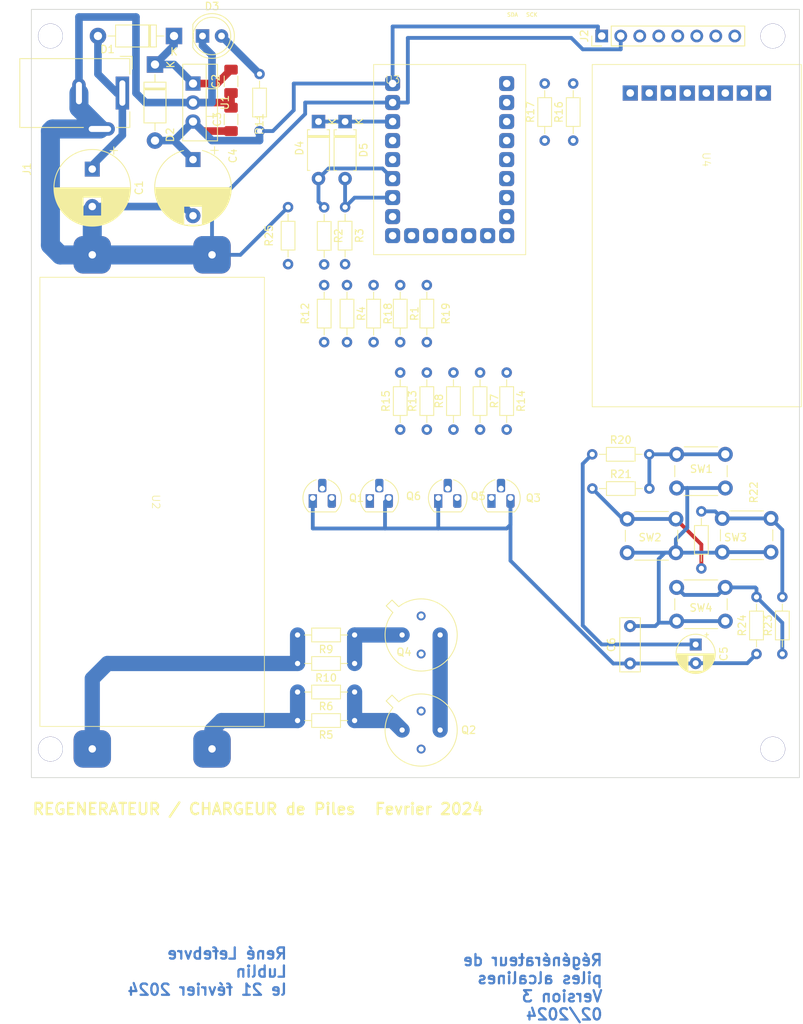
<source format=kicad_pcb>
(kicad_pcb (version 20221018) (generator pcbnew)
  (title_block (rev "3") (comment 1 "ajout empreinte inversée pour le LCD et condo découplage"))
  (layers (0 "F.Cu" signal) (31 "B.Cu" signal) (34 "B.Paste" user) (35 "F.Paste" user) (36 "B.SilkS" user "B.Silkscreen") (37 "F.SilkS" user "F.Silkscreen") (38 "B.Mask" user) (39 "F.Mask" user) (44 "Edge.Cuts" user))
  (net 0 "")
  (net 1 "Net-(D1-K)")
  (net 2 "5V")
  (net 3 "12V")
  (net 4 "GND")
  (net 5 "Net-(U3-GP28)")
  (net 6 "Net-(Q2-E)")
  (net 7 "Net-(Q2-B)")
  (net 8 "Net-(Q3-C)")
  (net 9 "Net-(Q4-E)")
  (net 10 "Net-(Q1-G)")
  (net 11 "Net-(Q1-D)")
  (net 12 "Net-(Q5-G)")
  (net 13 "Net-(Q5-D)")
  (net 14 "Net-(Q6-C)")
  (net 15 "Net-(Q4-B)")
  (net 16 "Net-(U3-GP4)")
  (net 17 "Net-(R10-Pad2)")
  (net 18 "Net-(D3-A)")
  (net 19 "Net-(D4-A)")
  (net 20 "Net-(R3-Pad2)")
  (net 21 "Net-(U3-GP7)")
  (net 22 "Net-(U3-GP6)")
  (net 23 "Net-(U3-GP5)")
  (net 24 "Net-(R20-Pad2)")
  (net 25 "Net-(R21-Pad1)")
  (net 26 "Net-(R22-Pad1)")
  (net 27 "Net-(R23-Pad1)")
  (net 29 "Net-(Q3-B)")
  (net 31 "Net-(Q6-B)")
  (net 34 "Net-(D5-A)")
  (net 35 "+3.3V")
  (net 36 "SDA")
  (net 37 "SCL")
  (net 38 "RX0")
  (net 39 "TX0")
  (net 41 "Net-(U3-GP12)")
  (net 43 "Net-(U3-GP10)")
  (net 44 "Net-(U3-GP9)")
  (net 45 "Net-(U3-GP8)")
  (footprint "My_Library:RP2040_zero_mini" (layer "F.Cu") (at 127 58.42)
    (fp_text reference "U3" (at 0 -0.5 unlocked) (layer "F.SilkS") (effects (font (thickness 0.1))))
    (fp_text value "RP2040" hide)
    (pad "1" thru_hole roundrect (at 0 0) (size 2 2) (drill 1) (layers "*.Cu" "*.Mask") (net 2 "5V"))
    (pad "2" thru_hole roundrect (at 0 2.54) (size 2 2) (drill 1) (layers "*.Cu" "*.Mask") (net 4 "GND"))
    (pad "3" thru_hole roundrect (at 0 5.08) (size 2 2) (drill 1) (layers "*.Cu" "*.Mask") (net 35 "+3.3V"))
    (pad "4" thru_hole roundrect (at 0 7.62) (size 2 2) (drill 1) (layers "*.Cu" "*.Mask"))
    (pad "5" thru_hole roundrect (at 0 10.16) (size 2 2) (drill 1) (layers "*.Cu" "*.Mask") (net 5 "Net-(U3-GP28)"))
    (pad "6" thru_hole roundrect (at 0 12.7) (size 2 2) (drill 1) (layers "*.Cu" "*.Mask") (net 19 "Net-(D4-A)"))
    (pad "7" thru_hole roundrect (at 0 15.24) (size 2 2) (drill 1) (layers "*.Cu" "*.Mask") (net 34 "Net-(D5-A)"))
    (pad "8" thru_hole roundrect (at 0 17.78) (size 2 2) (drill 1) (layers "*.Cu" "*.Mask"))
    (pad "9" thru_hole roundrect (at 0 20.32) (size 2 2) (drill 1) (layers "*.Cu" "*.Mask"))
    (pad "10" thru_hole roundrect (at 2.54 20.32 90) (size 2 2) (drill 1) (layers "*.Cu" "*.Mask"))
    (pad "11" thru_hole roundrect (at 5.08 20.32 90) (size 2 2) (drill 1) (layers "*.Cu" "*.Mask") (net 41 "Net-(U3-GP12)"))
    (pad "12" thru_hole roundrect (at 7.62 20.32 90) (size 2 2) (drill 1) (layers "*.Cu" "*.Mask"))
    (pad "13" thru_hole roundrect (at 10.16 20.32 90) (size 2 2) (drill 1) (layers "*.Cu" "*.Mask") (net 43 "Net-(U3-GP10)"))
    (pad "14" thru_hole roundrect (at 12.7 20.32 90) (size 2 2) (drill 1) (layers "*.Cu" "*.Mask") (net 44 "Net-(U3-GP9)"))
    (pad "15" thru_hole roundrect (at 15.24 20.32) (size 2 2) (drill 1) (layers "*.Cu" "*.Mask") (net 45 "Net-(U3-GP8)"))
    (pad "16" thru_hole roundrect (at 15.24 17.78) (size 2 2) (drill 1) (layers "*.Cu" "*.Mask") (net 21 "Net-(U3-GP7)"))
    (pad "17" thru_hole roundrect (at 15.24 15.24) (size 2 2) (drill 1) (layers "*.Cu" "*.Mask") (net 22 "Net-(U3-GP6)"))
    (pad "18" thru_hole roundrect (at 15.24 12.7) (size 2 2) (drill 1) (layers "*.Cu" "*.Mask") (net 23 "Net-(U3-GP5)"))
    (pad "19" thru_hole roundrect (at 15.24 10.16) (size 2 2) (drill 1) (layers "*.Cu" "*.Mask") (net 16 "Net-(U3-GP4)"))
    (pad "20" thru_hole roundrect (at 15.24 7.62) (size 2 2) (drill 1) (layers "*.Cu" "*.Mask") (net 37 "SCL"))
    (pad "21" thru_hole roundrect (at 15.24 5.08) (size 2 2) (drill 1) (layers "*.Cu" "*.Mask") (net 36 "SDA"))
    (pad "22" thru_hole roundrect (at 15.24 2.54) (size 2 2) (drill 1) (layers "*.Cu" "*.Mask") (net 38 "RX0"))
    (pad "23" thru_hole roundrect (at 15.24 0) (size 2 2) (drill 1) (layers "*.Cu" "*.Mask") (net 39 "TX0"))
  )
  (footprint "Diode_THT:D_A-405_P7.62mm_Horizontal" (layer "F.Cu") (at 120.65 63.5 -90)
    (fp_text reference "D5" (at 3.81 -2.47 90) (layer "F.SilkS"))
    (fp_text value "1N4148")
    (fp_text user "K" (at 0 -1.9 90) (layer "F.SilkS"))
    (pad "1" thru_hole rect (at 0 0 270) (size 1.8 1.8) (drill 0.9) (layers "*.Cu" "*.Mask") (net 35 "+3.3V"))
    (pad "2" thru_hole oval (at 7.62 0 270) (size 1.8 1.8) (drill 0.9) (layers "*.Cu" "*.Mask") (net 34 "Net-(D5-A)"))
  )
  (footprint "Resistor_THT:R_Axial_DIN0204_L3.6mm_D1.6mm_P7.62mm_Horizontal" (layer "F.Cu") (at 128.016 85.344 -90)
    (fp_text reference "R1" (at 3.81 -1.92 90) (layer "F.SilkS"))
    (fp_text value "1000")
    (pad "1" thru_hole circle (at 0 0 270) (size 1.4 1.4) (drill 0.7) (layers "*.Cu" "*.Mask") (net 16 "Net-(U3-GP4)"))
    (pad "2" thru_hole oval (at 7.62 0 270) (size 1.4 1.4) (drill 0.7) (layers "*.Cu" "*.Mask") (net 10 "Net-(Q1-G)"))
  )
  (footprint "Resistor_THT:R_Axial_DIN0204_L3.6mm_D1.6mm_P7.62mm_Horizontal" (layer "F.Cu") (at 120.904 85.344 -90)
    (fp_text reference "R4" (at 3.81 -1.92 -90) (layer "F.SilkS"))
    (fp_text value "15")
    (pad "1" thru_hole circle (at 0 0 270) (size 1.4 1.4) (drill 0.7) (layers "*.Cu" "*.Mask") (net 11 "Net-(Q1-D)"))
    (pad "2" thru_hole oval (at 7.62 0 270) (size 1.4 1.4) (drill 0.7) (layers "*.Cu" "*.Mask") (net 20 "Net-(R3-Pad2)"))
  )
  (footprint "Button_Switch_THT:SW_PUSH_6mm_H13mm" (layer "F.Cu") (at 164.95 125.73)
    (fp_text reference "SW4" (at 3.25 2.722) (layer "F.SilkS"))
    (fp_text value "SW_Push")
    (pad "1" thru_hole circle (at 0 0 90) (size 2 2) (drill 1.1) (layers "*.Cu" "*.Mask") (net 27 "Net-(R23-Pad1)"))
    (pad "1" thru_hole circle (at 6.5 0 90) (size 2 2) (drill 1.1) (layers "*.Cu" "*.Mask") (net 27 "Net-(R23-Pad1)"))
    (pad "2" thru_hole circle (at 0 4.5 90) (size 2 2) (drill 1.1) (layers "*.Cu" "*.Mask") (net 5 "Net-(U3-GP28)"))
    (pad "2" thru_hole circle (at 6.5 4.5 90) (size 2 2) (drill 1.1) (layers "*.Cu" "*.Mask") (net 5 "Net-(U3-GP28)"))
  )
  (footprint "Resistor_THT:R_Axial_DIN0204_L3.6mm_D1.6mm_P7.62mm_Horizontal" (layer "F.Cu") (at 142.24 97.028 -90)
    (fp_text reference "R14" (at 3.81 -1.92 90) (layer "F.SilkS"))
    (fp_text value "10")
    (pad "1" thru_hole circle (at 0 0 270) (size 1.4 1.4) (drill 0.7) (layers "*.Cu" "*.Mask") (net 15 "Net-(Q4-B)"))
    (pad "2" thru_hole oval (at 7.62 0 270) (size 1.4 1.4) (drill 0.7) (layers "*.Cu" "*.Mask") (net 14 "Net-(Q6-C)"))
  )
  (footprint "Resistor_THT:R_Axial_DIN0204_L3.6mm_D1.6mm_P7.62mm_Horizontal" (layer "F.Cu") (at 128.016 104.648 90)
    (fp_text reference "R15" (at 3.81 -1.92 90) (layer "F.SilkS"))
    (fp_text value "1000")
    (pad "1" thru_hole circle (at 0 0 90) (size 1.4 1.4) (drill 0.7) (layers "*.Cu" "*.Mask") (net 31 "Net-(Q6-B)"))
    (pad "2" thru_hole oval (at 7.62 0 90) (size 1.4 1.4) (drill 0.7) (layers "*.Cu" "*.Mask") (net 21 "Net-(U3-GP7)"))
  )
  (footprint "Button_Switch_THT:SW_PUSH_6mm_H13mm" (layer "F.Cu") (at 171.046 116.514)
    (fp_text reference "SW3" (at 1.778 2.54) (layer "F.SilkS"))
    (fp_text value "SW_Push")
    (pad "1" thru_hole circle (at 0 0 90) (size 2 2) (drill 1.1) (layers "*.Cu" "*.Mask") (net 26 "Net-(R22-Pad1)"))
    (pad "1" thru_hole circle (at 6.5 0 90) (size 2 2) (drill 1.1) (layers "*.Cu" "*.Mask") (net 26 "Net-(R22-Pad1)"))
    (pad "2" thru_hole circle (at 0 4.5 90) (size 2 2) (drill 1.1) (layers "*.Cu" "*.Mask") (net 5 "Net-(U3-GP28)"))
    (pad "2" thru_hole circle (at 6.5 4.5 90) (size 2 2) (drill 1.1) (layers "*.Cu" "*.Mask") (net 5 "Net-(U3-GP28)"))
  )
  (footprint "Package_TO_SOT_THT:TO-5-4" (layer "F.Cu") (at 128.27 144.78)
    (fp_text reference "Q2" (at 8.89 0) (layer "F.SilkS"))
    (fp_text value "2N2219")
    (pad "1" thru_hole oval (at 0 0) (size 1.6 1.2) (drill 0.7) (layers "*.Cu" "*.Mask") (net 6 "Net-(Q2-E)"))
    (pad "2" thru_hole oval (at 2.54 2.54) (size 1.2 1.2) (drill 0.7) (layers "*.Cu" "*.Mask") (net 7 "Net-(Q2-B)"))
    (pad "3" thru_hole oval (at 5.08 0) (size 1.2 1.2) (drill 0.7) (layers "*.Cu" "*.Mask") (net 2 "5V"))
    (pad "4" thru_hole oval (at 2.54 -2.54) (size 1.2 1.2) (drill 0.7) (layers "*.Cu" "*.Mask") (net 7 "Net-(Q2-B)"))
  )
  (footprint "LED_THT:LED_D5.0mm" (layer "F.Cu") (at 101.6 52.07)
    (fp_text reference "D3" (at 1.27 -3.96) (layer "F.SilkS"))
    (fp_text value "LED")
    (pad "1" thru_hole rect (at 0 0) (size 1.8 1.8) (drill 0.9) (layers "*.Cu" "*.Mask") (net 4 "GND"))
    (pad "2" thru_hole circle (at 2.54 0) (size 1.8 1.8) (drill 0.9) (layers "*.Cu" "*.Mask") (net 18 "Net-(D3-A)"))
  )
  (footprint "Resistor_THT:R_Axial_DIN0204_L3.6mm_D1.6mm_P7.62mm_Horizontal" (layer "F.Cu") (at 113.03 74.93 -90)
    (fp_text reference "R25" (at 3.81 2.54 -90) (layer "F.SilkS"))
    (fp_text value "220K")
    (pad "1" thru_hole circle (at 0 0 270) (size 1.4 1.4) (drill 0.7) (layers "*.Cu" "*.Mask") (net 4 "GND"))
    (pad "2" thru_hole oval (at 7.62 0 270) (size 1.4 1.4) (drill 0.7) (layers "*.Cu" "*.Mask") (net 5 "Net-(U3-GP28)"))
  )
  (footprint "Resistor_THT:R_Axial_DIN0204_L3.6mm_D1.6mm_P7.62mm_Horizontal" (layer "F.Cu") (at 153.67 107.95)
    (fp_text reference "R20" (at 3.81 -1.92) (layer "F.SilkS"))
    (fp_text value "10k")
    (pad "1" thru_hole circle (at 0 0) (size 1.4 1.4) (drill 0.7) (layers "*.Cu" "*.Mask") (net 35 "+3.3V"))
    (pad "2" thru_hole oval (at 7.62 0) (size 1.4 1.4) (drill 0.7) (layers "*.Cu" "*.Mask") (net 24 "Net-(R20-Pad2)"))
  )
  (footprint "Package_TO_SOT_THT:TO-92_HandSolder" (layer "F.Cu") (at 116.332 113.792)
    (fp_text reference "Q1" (at 5.842 0) (layer "F.SilkS"))
    (fp_text value "2N7000")
    (pad "1" thru_hole rect (at 0 0) (size 1.1 1.8) (drill 0.75 (offset 0 0.4)) (layers "*.Cu" "*.Mask") (net 4 "GND"))
    (pad "2" thru_hole roundrect (at 1.27 -1.27) (size 1.1 1.8) (drill 0.75 (offset 0 -0.4)) (layers "*.Cu" "*.Mask") (net 10 "Net-(Q1-G)"))
    (pad "3" thru_hole roundrect (at 2.54 0) (size 1.1 1.8) (drill 0.75 (offset 0 0.4)) (layers "*.Cu" "*.Mask") (net 11 "Net-(Q1-D)"))
  )
  (footprint "Connector_PinHeader_2.54mm:PinHeader_1x08_P2.54mm_Vertical" (layer "F.Cu") (at 154.94 52.07 90)
    (fp_text reference "J2" (at 0 -2.33 90) (layer "F.SilkS"))
    (fp_text value "Conn_01x08")
    (pad "1" thru_hole rect (at 0 0 90) (size 1.7 1.7) (drill 1) (layers "*.Cu" "*.Mask") (net 2 "5V"))
    (pad "2" thru_hole oval (at 0 2.54 90) (size 1.7 1.7) (drill 1) (layers "*.Cu" "*.Mask") (net 4 "GND"))
    (pad "3" thru_hole oval (at 0 5.08 90) (size 1.7 1.7) (drill 1) (layers "*.Cu" "*.Mask") (net 39 "TX0"))
    (pad "4" thru_hole oval (at 0 7.62 90) (size 1.7 1.7) (drill 1) (layers "*.Cu" "*.Mask") (net 38 "RX0"))
    (pad "5" thru_hole oval (at 0 10.16 90) (size 1.7 1.7) (drill 1) (layers "*.Cu" "*.Mask") (net 4 "GND"))
    (pad "6" thru_hole oval (at 0 12.7 90) (size 1.7 1.7) (drill 1) (layers "*.Cu" "*.Mask") (net 36 "SDA"))
    (pad "7" thru_hole oval (at 0 15.24 90) (size 1.7 1.7) (drill 1) (layers "*.Cu" "*.Mask") (net 37 "SCL"))
    (pad "8" thru_hole oval (at 0 17.78 90) (size 1.7 1.7) (drill 1) (layers "*.Cu" "*.Mask"))
  )
  (footprint "Capacitor_SMD:C_1206_3216Metric_Pad1.33x1.80mm_HandSolder" (layer "F.Cu") (at 105.41 63.2075 90)
    (fp_text reference "C3" (at 0 -1.85 90) (layer "F.SilkS"))
    (fp_text value "1µF")
    (pad "1" smd roundrect (at -1.5625 0 90) (size 1.325 1.8) (layers "F.Cu" "F.Paste" "F.Mask") (roundrect_rratio 0.188679) (net 2 "5V"))
    (pad "2" smd roundrect (at 1.5625 0 90) (size 1.325 1.8) (layers "F.Cu" "F.Paste" "F.Mask") (roundrect_rratio 0.188679) (net 4 "GND"))
  )
  (footprint "Resistor_THT:R_Axial_DIN0204_L3.6mm_D1.6mm_P7.62mm_Horizontal" (layer "F.Cu") (at 121.92 132.08 180)
    (fp_text reference "R9" (at 3.81 -1.92 180) (layer "F.SilkS"))
    (fp_text value "5.6")
    (pad "1" thru_hole circle (at 0 0 180) (size 1.4 1.4) (drill 0.7) (layers "*.Cu" "*.Mask") (net 9 "Net-(Q4-E)"))
    (pad "2" thru_hole oval (at 7.62 0 180) (size 1.4 1.4) (drill 0.7) (layers "*.Cu" "*.Mask") (net 17 "Net-(R10-Pad2)"))
  )
  (footprint "Diode_THT:D_DO-41_SOD81_P10.16mm_Horizontal" (layer "F.Cu") (at 97.79 52.07 180)
    (fp_text reference "D1" (at 8.89 -1.778) (layer "F.SilkS"))
    (fp_text value "1N4001")
    (fp_text user "K" (at 0 -2.1) (layer "F.SilkS"))
    (pad "1" thru_hole rect (at 0 0 180) (size 2.2 2.2) (drill 1.1) (layers "*.Cu" "*.Mask") (net 1 "Net-(D1-K)"))
    (pad "2" thru_hole oval (at 10.16 0 180) (size 2.2 2.2) (drill 1.1) (layers "*.Cu" "*.Mask") (net 3 "12V"))
  )
  (footprint "Resistor_THT:R_Axial_DIN0204_L3.6mm_D1.6mm_P7.62mm_Horizontal" (layer "F.Cu") (at 135.128 104.648 90)
    (fp_text reference "R8" (at 3.81 -1.92 90) (layer "F.SilkS"))
    (fp_text value "10")
    (pad "1" thru_hole circle (at 0 0 90) (size 1.4 1.4) (drill 0.7) (layers "*.Cu" "*.Mask") (net 7 "Net-(Q2-B)"))
    (pad "2" thru_hole oval (at 7.62 0 90) (size 1.4 1.4) (drill 0.7) (layers "*.Cu" "*.Mask") (net 8 "Net-(Q3-C)"))
  )
  (footprint "Diode_THT:D_A-405_P7.62mm_Horizontal" (layer "F.Cu") (at 117.094 63.5 -90)
    (fp_text reference "D4" (at 3.556 2.54 90) (layer "F.SilkS"))
    (fp_text value "1N4148")
    (fp_text user "K" (at 0 -1.9 90) (layer "F.SilkS"))
    (pad "1" thru_hole rect (at 0 0 270) (size 1.8 1.8) (drill 0.9) (layers "*.Cu" "*.Mask") (net 35 "+3.3V"))
    (pad "2" thru_hole oval (at 7.62 0 270) (size 1.8 1.8) (drill 0.9) (layers "*.Cu" "*.Mask") (net 19 "Net-(D4-A)"))
  )
  (footprint "Capacitor_THT:CP_Radial_D10.0mm_P5.00mm" (layer "F.Cu") (at 86.868 69.85 -90)
    (fp_text reference "C1" (at 2.5 -6.25 90) (layer "F.SilkS"))
    (fp_text value "470µF 25V")
    (pad "1" thru_hole rect (at 0 0 270) (size 2 2) (drill 1) (layers "*.Cu" "*.Mask") (net 3 "12V"))
    (pad "2" thru_hole circle (at 5 0 270) (size 2 2) (drill 1) (layers "*.Cu" "*.Mask") (net 4 "GND"))
  )
  (footprint "Resistor_THT:R_Axial_DIN0204_L3.6mm_D1.6mm_P7.62mm_Horizontal" (layer "F.Cu") (at 131.572 92.964 90)
    (fp_text reference "R19" (at 3.81 2.54 90) (layer "F.SilkS"))
    (fp_text value "1000")
    (pad "1" thru_hole circle (at 0 0 90) (size 1.4 1.4) (drill 0.7) (layers "*.Cu" "*.Mask") (net 12 "Net-(Q5-G)"))
    (pad "2" thru_hole oval (at 7.62 0 90) (size 1.4 1.4) (drill 0.7) (layers "*.Cu" "*.Mask") (net 23 "Net-(U3-GP5)"))
  )
  (footprint "Capacitor_THT:CP_Radial_D5.0mm_P2.50mm" (layer "F.Cu") (at 167.49 133.35 -90)
    (fp_text reference "C5" (at 1.25 -3.75 90) (layer "F.SilkS"))
    (fp_text value "22µF")
    (pad "1" thru_hole rect (at 0 0 270) (size 1.6 1.6) (drill 0.8) (layers "*.Cu" "*.Mask") (net 35 "+3.3V"))
    (pad "2" thru_hole circle (at 2.5 0 270) (size 1.6 1.6) (drill 0.8) (layers "*.Cu" "*.Mask") (net 4 "GND"))
  )
  (footprint "Resistor_THT:R_Axial_DIN0204_L3.6mm_D1.6mm_P7.62mm_Horizontal" (layer "F.Cu") (at 117.856 85.344 -90)
    (fp_text reference "R12" (at 3.81 2.54 -90) (layer "F.SilkS"))
    (fp_text value "15")
    (pad "1" thru_hole circle (at 0 0 270) (size 1.4 1.4) (drill 0.7) (layers "*.Cu" "*.Mask") (net 17 "Net-(R10-Pad2)"))
    (pad "2" thru_hole oval (at 7.62 0 270) (size 1.4 1.4) (drill 0.7) (layers "*.Cu" "*.Mask") (net 13 "Net-(Q5-D)"))
  )
  (footprint "Button_Switch_THT:SW_PUSH_6mm_H13mm" (layer "F.Cu") (at 158.346 116.586)
    (fp_text reference "SW2" (at 3.048 2.468) (layer "F.SilkS"))
    (fp_text value "SW_Push")
    (pad "1" thru_hole circle (at 0 0 90) (size 2 2) (drill 1.1) (layers "*.Cu" "*.Mask") (net 25 "Net-(R21-Pad1)"))
    (pad "1" thru_hole circle (at 6.5 0 90) (size 2 2) (drill 1.1) (layers "*.Cu" "*.Mask") (net 25 "Net-(R21-Pad1)"))
    (pad "2" thru_hole circle (at 0 4.5 90) (size 2 2) (drill 1.1) (layers "*.Cu" "*.Mask") (net 5 "Net-(U3-GP28)"))
    (pad "2" thru_hole circle (at 6.5 4.5 90) (size 2 2) (drill 1.1) (layers "*.Cu" "*.Mask") (net 5 "Net-(U3-GP28)"))
  )
  (footprint "Capacitor_SMD:C_1206_3216Metric_Pad1.33x1.80mm_HandSolder" (layer "F.Cu") (at 105.41 58.1275 -90)
    (fp_text reference "C2" (at 0 2.032 90) (layer "F.SilkS"))
    (fp_text value "1µF")
    (pad "1" smd roundrect (at -1.5625 0 270) (size 1.325 1.8) (layers "F.Cu" "F.Paste" "F.Mask") (roundrect_rratio 0.188679) (net 1 "Net-(D1-K)"))
    (pad "2" smd roundrect (at 1.5625 0 270) (size 1.325 1.8) (layers "F.Cu" "F.Paste" "F.Mask") (roundrect_rratio 0.188679) (net 4 "GND"))
  )
  (footprint "Resistor_THT:R_Axial_DIN0204_L3.6mm_D1.6mm_P7.62mm_Horizontal" (layer "F.Cu") (at 151.13 66.04 90)
    (fp_text reference "R16" (at 3.81 -1.92 90) (layer "F.SilkS"))
    (fp_text value "10k")
    (pad "1" thru_hole circle (at 0 0 90) (size 1.4 1.4) (drill 0.7) (layers "*.Cu" "*.Mask") (net 35 "+3.3V"))
    (pad "2" thru_hole oval (at 7.62 0 90) (size 1.4 1.4) (drill 0.7) (layers "*.Cu" "*.Mask") (net 36 "SDA"))
  )
  (footprint "Resistor_THT:R_Axial_DIN0204_L3.6mm_D1.6mm_P7.62mm_Horizontal" (layer "F.Cu") (at 168.252 115.57 -90)
    (fp_text reference "R22" (at -2.54 -7.008 -90) (layer "F.SilkS"))
    (fp_text value "10k")
    (pad "1" thru_hole circle (at 0 0 270) (size 1.4 1.4) (drill 0.7) (layers "*.Cu" "*.Mask") (net 26 "Net-(R22-Pad1)"))
    (pad "2" thru_hole oval (at 7.62 0 270) (size 1.4 1.4) (drill 0.7) (layers "*.Cu" "*.Mask") (net 25 "Net-(R21-Pad1)"))
  )
  (footprint "Resistor_THT:R_Axial_DIN0204_L3.6mm_D1.6mm_P7.62mm_Horizontal" (layer "F.Cu") (at 121.92 135.89 180)
    (fp_text reference "R10" (at 3.81 -1.92 180) (layer "F.SilkS"))
    (fp_text value "5.6")
    (pad "1" thru_hole circle (at 0 0 180) (size 1.4 1.4) (drill 0.7) (layers "*.Cu" "*.Mask") (net 9 "Net-(Q4-E)"))
    (pad "2" thru_hole oval (at 7.62 0 180) (size 1.4 1.4) (drill 0.7) (layers "*.Cu" "*.Mask") (net 17 "Net-(R10-Pad2)"))
  )
  (footprint "Resistor_THT:R_Axial_DIN0204_L3.6mm_D1.6mm_P7.62mm_Horizontal" (layer "F.Cu") (at 117.856 74.962 -90)
    (fp_text reference "R2" (at 3.81 -1.92 -90) (layer "F.SilkS"))
    (fp_text value "1000")
    (pad "1" thru_hole circle (at 0 0 270) (size 1.4 1.4) (drill 0.7) (layers "*.Cu" "*.Mask") (net 19 "Net-(D4-A)"))
    (pad "2" thru_hole oval (at 7.62 0 270) (size 1.4 1.4) (drill 0.7) (layers "*.Cu" "*.Mask") (net 17 "Net-(R10-Pad2)"))
  )
  (footprint "Resistor_THT:R_Axial_DIN0204_L3.6mm_D1.6mm_P7.62mm_Horizontal" (layer "F.Cu") (at 175.618 134.62 90)
    (fp_text reference "R24" (at 3.81 -1.92 90) (layer "F.SilkS"))
    (fp_text value "10k")
    (pad "1" thru_hole circle (at 0 0 90) (size 1.4 1.4) (drill 0.7) (layers "*.Cu" "*.Mask") (net 4 "GND"))
    (pad "2" thru_hole oval (at 7.62 0 90) (size 1.4 1.4) (drill 0.7) (layers "*.Cu" "*.Mask") (net 27 "Net-(R23-Pad1)"))
  )
  (footprint "Diode_THT:D_DO-41_SOD81_P10.16mm_Horizontal" (layer "F.Cu") (at 95.25 55.88 -90)
    (fp_text reference "D2" (at 9.398 -2.032 90) (layer "F.SilkS"))
    (fp_text value "1N4007")
    (fp_text user "K" (at 0 -2.1 90) (layer "F.SilkS"))
    (pad "1" thru_hole rect (at 0 0 270) (size 2.2 2.2) (drill 1.1) (layers "*.Cu" "*.Mask") (net 1 "Net-(D1-K)"))
    (pad "2" thru_hole oval (at 10.16 0 270) (size 2.2 2.2) (drill 1.1) (layers "*.Cu" "*.Mask") (net 2 "5V"))
  )
  (footprint "Resistor_THT:R_Axial_DIN0204_L3.6mm_D1.6mm_P7.62mm_Horizontal" (layer "F.Cu") (at 121.92 143.51 180)
    (fp_text reference "R5" (at 3.81 -1.92 180) (layer "F.SilkS"))
    (fp_text value "5.6")
    (pad "1" thru_hole circle (at 0 0 180) (size 1.4 1.4) (drill 0.7) (layers "*.Cu" "*.Mask") (net 6 "Net-(Q2-E)"))
    (pad "2" thru_hole oval (at 7.62 0 180) (size 1.4 1.4) (drill 0.7) (layers "*.Cu" "*.Mask") (net 20 "Net-(R3-Pad2)"))
  )
  (footprint "Package_TO_SOT_THT:TO-5-4" (layer "F.Cu") (at 128.27 132.08)
    (fp_text reference "Q4" (at 0.254 2.286) (layer "F.SilkS"))
    (fp_text value "2N2219")
    (pad "1" thru_hole oval (at 0 0) (size 1.6 1.2) (drill 0.7) (layers "*.Cu" "*.Mask") (net 9 "Net-(Q4-E)"))
    (pad "2" thru_hole oval (at 2.54 2.54) (size 1.2 1.2) (drill 0.7) (layers "*.Cu" "*.Mask") (net 15 "Net-(Q4-B)"))
    (pad "3" thru_hole oval (at 5.08 0) (size 1.2 1.2) (drill 0.7) (layers "*.Cu" "*.Mask") (net 2 "5V"))
    (pad "4" thru_hole oval (at 2.54 -2.54) (size 1.2 1.2) (drill 0.7) (layers "*.Cu" "*.Mask") (net 15 "Net-(Q4-B)"))
  )
  (footprint "Resistor_THT:R_Axial_DIN0204_L3.6mm_D1.6mm_P7.62mm_Horizontal" (layer "F.Cu") (at 179.07 134.62 90)
    (fp_text reference "R23" (at 3.81 -1.92 90) (layer "F.SilkS"))
    (fp_text value "10k")
    (pad "1" thru_hole circle (at 0 0 90) (size 1.4 1.4) (drill 0.7) (layers "*.Cu" "*.Mask") (net 27 "Net-(R23-Pad1)"))
    (pad "2" thru_hole oval (at 7.62 0 90) (size 1.4 1.4) (drill 0.7) (layers "*.Cu" "*.Mask") (net 26 "Net-(R22-Pad1)"))
  )
  (footprint "Resistor_THT:R_Axial_DIN0204_L3.6mm_D1.6mm_P7.62mm_Horizontal" (layer "F.Cu") (at 138.684 97.028 -90)
    (fp_text reference "R7" (at 3.81 -1.92 90) (layer "F.SilkS"))
    (fp_text value "270")
    (pad "1" thru_hole circle (at 0 0 270) (size 1.4 1.4) (drill 0.7) (layers "*.Cu" "*.Mask") (net 2 "5V"))
    (pad "2" thru_hole oval (at 7.62 0 270) (size 1.4 1.4) (drill 0.7) (layers "*.Cu" "*.Mask") (net 7 "Net-(Q2-B)"))
  )
  (footprint "Button_Switch_THT:SW_PUSH_6mm_H13mm" (layer "F.Cu") (at 164.95 107.95)
    (fp_text reference "SW1" (at 3.302 1.96) (layer "F.SilkS"))
    (fp_text value "SW_Push")
    (pad "1" thru_hole circle (at 0 0 90) (size 2 2) (drill 1.1) (layers "*.Cu" "*.Mask") (net 24 "Net-(R20-Pad2)"))
    (pad "1" thru_hole circle (at 6.5 0 90) (size 2 2) (drill 1.1) (layers "*.Cu" "*.Mask") (net 24 "Net-(R20-Pad2)"))
    (pad "2" thru_hole circle (at 0 4.5 90) (size 2 2) (drill 1.1) (layers "*.Cu" "*.Mask") (net 5 "Net-(U3-GP28)"))
    (pad "2" thru_hole circle (at 6.5 4.5 90) (size 2 2) (drill 1.1) (layers "*.Cu" "*.Mask") (net 5 "Net-(U3-GP28)"))
  )
  (footprint "Capacitor_THT:CP_Radial_D10.0mm_P7.50mm" (layer "F.Cu") (at 100.33 68.58 -90)
    (fp_text reference "C4" (at -0.490041 -5.334 90) (layer "F.SilkS"))
    (fp_text value "1000µf")
    (pad "1" thru_hole rect (at 0 0 270) (size 2 2) (drill 1) (layers "*.Cu" "*.Mask") (net 2 "5V"))
    (pad "2" thru_hole circle (at 7.5 0 270) (size 2 2) (drill 1) (layers "*.Cu" "*.Mask") (net 4 "GND"))
  )
  (footprint "Package_TO_SOT_THT:TO-92_HandSolder" (layer "F.Cu") (at 140.208 113.792)
    (fp_text reference "Q3" (at 5.588 0) (layer "F.SilkS"))
    (fp_text value "BC237")
    (pad "1" thru_hole rect (at 0 0) (size 1.1 1.8) (drill 0.75 (offset 0 0.4)) (layers "*.Cu" "*.Mask") (net 8 "Net-(Q3-C)"))
    (pad "2" thru_hole roundrect (at 1.27 -1.27) (size 1.1 1.8) (drill 0.75 (offset 0 -0.4)) (layers "*.Cu" "*.Mask") (net 29 "Net-(Q3-B)"))
    (pad "3" thru_hole roundrect (at 2.54 0) (size 1.1 1.8) (drill 0.75 (offset 0 0.4)) (layers "*.Cu" "*.Mask") (net 4 "GND"))
  )
  (footprint "Package_TO_SOT_THT:TO-92_HandSolder" (layer "F.Cu") (at 123.952 113.792)
    (fp_text reference "Q6" (at 5.842 -0.254) (layer "F.SilkS"))
    (fp_text value "BC237")
    (pad "1" thru_hole rect (at 0 0) (size 1.1 1.8) (drill 0.75 (offset 0 0.4)) (layers "*.Cu" "*.Mask") (net 14 "Net-(Q6-C)"))
    (pad "2" thru_hole roundrect (at 1.27 -1.27) (size 1.1 1.8) (drill 0.75 (offset 0 -0.4)) (layers "*.Cu" "*.Mask") (net 31 "Net-(Q6-B)"))
    (pad "3" thru_hole roundrect (at 2.54 0) (size 1.1 1.8) (drill 0.75 (offset 0 0.4)) (layers "*.Cu" "*.Mask") (net 4 "GND"))
  )
  (footprint "Resistor_THT:R_Axial_DIN0204_L3.6mm_D1.6mm_P7.62mm_Horizontal" (layer "F.Cu") (at 153.686 112.522)
    (fp_text reference "R21" (at 3.81 -1.92) (layer "F.SilkS"))
    (fp_text value "10k")
    (pad "1" thru_hole circle (at 0 0) (size 1.4 1.4) (drill 0.7) (layers "*.Cu" "*.Mask") (net 25 "Net-(R21-Pad1)"))
    (pad "2" thru_hole oval (at 7.62 0) (size 1.4 1.4) (drill 0.7) (layers "*.Cu" "*.Mask") (net 24 "Net-(R20-Pad2)"))
  )
  (footprint "Connector_BarrelJack:BarrelJack_Wuerth_6941xx301002" (layer "F.Cu") (at 90.89 59.69 -90)
    (fp_text reference "J1" (at 10.16 12.74 -270) (layer "F.SilkS"))
    (fp_text value "Jack Alim")
    (pad "1" thru_hole rect (at 0 0 270) (size 4.4 1.8) (drill oval 3.4 0.8) (layers "*.Cu" "*.Mask") (net 3 "12V"))
    (pad "2" thru_hole oval (at 0 5.8 270) (size 4 1.8) (drill oval 3 0.8) (layers "*.Cu" "*.Mask") (net 4 "GND"))
    (pad "3" thru_hole oval (at 4.8 3) (size 4 1.8) (drill oval 3 0.8) (layers "*.Cu" "*.Mask") (net 4 "GND"))
  )
  (footprint "Package_TO_SOT_THT:TO-220-3_Vertical" (layer "F.Cu") (at 100.33 58.42 -90)
    (fp_text reference "U1" (at 2.54 -4.27 90) (layer "F.SilkS"))
    (fp_text value "LM7805_TO220")
    (pad "1" thru_hole rect (at 0 0 270) (size 1.905 2) (drill 1.1) (layers "*.Cu" "*.Mask") (net 1 "Net-(D1-K)"))
    (pad "2" thru_hole oval (at 2.54 0 270) (size 1.905 2) (drill 1.1) (layers "*.Cu" "*.Mask") (net 4 "GND"))
    (pad "3" thru_hole oval (at 5.08 0 270) (size 1.905 2) (drill 1.1) (layers "*.Cu" "*.Mask") (net 2 "5V"))
  )
  (footprint "My_Library:LCD128X128" (layer "F.Cu") (at 168.91 68.58 -90)
    (fp_text reference "U4" (at 0 0 -90 unlocked) (layer "F.SilkS") (effects (font (thickness 0.1))))
    (fp_text value "1.44\" LCD128X128")
    (pad "1" thru_hole rect (at -8.89 -7.62 270) (size 2.032 2.032) (drill 1.016) (layers "*.Cu" "*.Mask") (net 35 "+3.3V"))
    (pad "2" thru_hole rect (at -8.89 -5.08 270) (size 2.032 2.032) (drill 1.016) (layers "*.Cu" "*.Mask") (net 4 "GND"))
    (pad "3" thru_hole rect (at -8.89 -2.54 270) (size 2.032 2.032) (drill 1.016) (layers "*.Cu" "*.Mask") (net 44 "Net-(U3-GP9)"))
    (pad "4" thru_hole rect (at -8.89 0 270) (size 2.032 2.032) (drill 1.016) (layers "*.Cu" "*.Mask") (net 41 "Net-(U3-GP12)"))
    (pad "5" thru_hole rect (at -8.89 2.54 270) (size 2.032 2.032) (drill 1.016) (layers "*.Cu" "*.Mask") (net 45 "Net-(U3-GP8)"))
    (pad "6" thru_hole rect (at -8.89 5.08 270) (size 2.032 2.032) (drill 1.016) (layers "*.Cu" "*.Mask"))
    (pad "7" thru_hole rect (at -8.89 7.62 270) (size 2.032 2.032) (drill 1.016) (layers "*.Cu" "*.Mask") (net 43 "Net-(U3-GP10)"))
    (pad "8" thru_hole rect (at -8.89 10.16 270) (size 2.032 2.032) (drill 1.016) (layers "*.Cu" "*.Mask") (net 35 "+3.3V"))
  )
  (footprint "Resistor_THT:R_Axial_DIN0204_L3.6mm_D1.6mm_P7.62mm_Horizontal" (layer "F.Cu") (at 147.32 66.04 90)
    (fp_text reference "R17" (at 3.81 -1.92 90) (layer "F.SilkS"))
    (fp_text value "10K")
    (pad "1" thru_hole circle (at 0 0 90) (size 1.4 1.4) (drill 0.7) (layers "*.Cu" "*.Mask") (net 35 "+3.3V"))
    (pad "2" thru_hole oval (at 7.62 0 90) (size 1.4 1.4) (drill 0.7) (layers "*.Cu" "*.Mask") (net 37 "SCL"))
  )
  (footprint "Package_TO_SOT_THT:TO-92_HandSolder" (layer "F.Cu") (at 133.096 113.792)
    (fp_text reference "Q5" (at 5.334 -0.254) (layer "F.SilkS"))
    (fp_text value "2N7000")
    (pad "1" thru_hole rect (at 0 0) (size 1.1 1.8) (drill 0.75 (offset 0 0.4)) (layers "*.Cu" "*.Mask") (net 4 "GND"))
    (pad "2" thru_hole roundrect (at 1.27 -1.27) (size 1.1 1.8) (drill 0.75 (offset 0 -0.4)) (layers "*.Cu" "*.Mask") (net 12 "Net-(Q5-G)"))
    (pad "3" thru_hole roundrect (at 2.54 0) (size 1.1 1.8) (drill 0.75 (offset 0 0.4)) (layers "*.Cu" "*.Mask") (net 13 "Net-(Q5-D)"))
  )
  (footprint "Resistor_THT:R_Axial_DIN0204_L3.6mm_D1.6mm_P7.62mm_Horizontal" (layer "F.Cu") (at 124.46 85.344 -90)
    (fp_text reference "R18" (at 3.81 -1.92 90) (layer "F.SilkS"))
    (fp_text value "1000")
    (pad "1" thru_hole circle (at 0 0 270) (size 1.4 1.4) (drill 0.7) (layers "*.Cu" "*.Mask") (net 22 "Net-(U3-GP6)"))
    (pad "2" thru_hole oval (at 7.62 0 270) (size 1.4 1.4) (drill 0.7) (layers "*.Cu" "*.Mask") (net 29 "Net-(Q3-B)"))
  )
  (footprint "My_Library:AAX2_Case" (layer "F.Cu") (at 94.87 114.3 -90)
    (fp_text reference "U2" (at 0 -0.5 -90 unlocked) (layer "F.SilkS") (effects (font (thickness 0.1))))
    (fp_text value "~")
    (pad "1" thru_hole roundrect (at 33 -8 270) (size 5 5) (drill 1) (layers "*.Cu" "*.Mask") (net 20 "Net-(R3-Pad2)"))
    (pad "2" thru_hole roundrect (at 33 8 270) (size 5 5) (drill 1) (layers "*.Cu" "*.Mask") (net 17 "Net-(R10-Pad2)"))
    (pad "3" thru_hole roundrect (at -33 8 270) (size 5 5) (drill 1) (layers "*.Cu" "*.Mask") (net 4 "GND"))
    (pad "4" thru_hole roundrect (at -33 -8 270) (size 5 5) (drill 1) (layers "*.Cu" "*.Mask") (net 4 "GND"))
  )
  (footprint "Resistor_THT:R_Axial_DIN0204_L3.6mm_D1.6mm_P7.62mm_Horizontal" (layer "F.Cu") (at 131.572 104.648 90)
    (fp_text reference "R13" (at 3.81 -1.92 90) (layer "F.SilkS"))
    (fp_text value "270")
    (pad "1" thru_hole circle (at 0 0 90) (size 1.4 1.4) (drill 0.7) (layers "*.Cu" "*.Mask") (net 2 "5V"))
    (pad "2" thru_hole oval (at 7.62 0 90) (size 1.4 1.4) (drill 0.7) (layers "*.Cu" "*.Mask") (net 15 "Net-(Q4-B)"))
  )
  (footprint "Resistor_THT:R_Axial_DIN0204_L3.6mm_D1.6mm_P7.62mm_Horizontal" (layer "F.Cu") (at 121.92 139.7 180)
    (fp_text reference "R6" (at 3.81 -1.92 180) (layer "F.SilkS"))
    (fp_text value "5.6")
    (pad "1" thru_hole circle (at 0 0 180) (size 1.4 1.4) (drill 0.7) (layers "*.Cu" "*.Mask") (net 6 "Net-(Q2-E)"))
    (pad "2" thru_hole oval (at 7.62 0 180) (size 1.4 1.4) (drill 0.7) (layers "*.Cu" "*.Mask") (net 20 "Net-(R3-Pad2)"))
  )
  (footprint "Capacitor_THT:C_Rect_L7.0mm_W2.5mm_P5.00mm" (layer "F.Cu") (at 158.727 135.89 90)
    (fp_text reference "C6" (at 2.5 -2.5 90) (layer "F.SilkS"))
    (fp_text value "100nF")
    (pad "1" thru_hole circle (at 0 0 90) (size 1.6 1.6) (drill 0.8) (layers "*.Cu" "*.Mask") (net 4 "GND"))
    (pad "2" thru_hole circle (at 5 0 90) (size 1.6 1.6) (drill 0.8) (layers "*.Cu" "*.Mask") (net 5 "Net-(U3-GP28)"))
  )
  (footprint "Resistor_THT:R_Axial_DIN0204_L3.6mm_D1.6mm_P7.62mm_Horizontal" (layer "F.Cu") (at 120.65 74.93 -90)
    (fp_text reference "R3" (at 3.81 -1.92 -90) (layer "F.SilkS"))
    (fp_text value "1000")
    (pad "1" thru_hole circle (at 0 0 270) (size 1.4 1.4) (drill 0.7) (layers "*.Cu" "*.Mask") (net 34 "Net-(D5-A)"))
    (pad "2" thru_hole oval (at 7.62 0 270) (size 1.4 1.4) (drill 0.7) (layers "*.Cu" "*.Mask") (net 20 "Net-(R3-Pad2)"))
  )
  (footprint "Resistor_THT:R_Axial_DIN0204_L3.6mm_D1.6mm_P7.62mm_Horizontal" (layer "F.Cu") (at 109.22 64.77 90)
    (fp_text reference "R11" (at 0.94 0 90) (layer "F.SilkS"))
    (fp_text value "1000")
    (pad "1" thru_hole circle (at 0 0 90) (size 1.4 1.4) (drill 0.7) (layers "*.Cu" "*.Mask") (net 2 "5V"))
    (pad "2" thru_hole oval (at 7.62 0 90) (size 1.4 1.4) (drill 0.7) (layers "*.Cu" "*.Mask") (net 18 "Net-(D3-A)"))
  )
  (gr_rect (start 78.74 48.514) (end 181.356 151.13) (stroke (width 0.1)) (fill none) (layer "Edge.Cuts"))
  (gr_text "René Lefebvre\nLublin\nle 21 février 2024" (at 113.03 180.34) (layer "B.Cu") (effects (font (size 1.5 1.5) (thickness 0.3) bold) (justify left bottom mirror)))
  (gr_text "Régénérateur de \npiles alcalines\nVersion 3\n02/2024" (at 155.194 183.642) (layer "B.Cu") (effects (font (size 1.5 1.5) (thickness 0.3) bold) (justify left bottom mirror)))
  (gr_text "REGENERATEUR / CHARGEUR de Piles" (at 78.74 156.21) (layer "F.SilkS") (effects (font (size 1.5 1.5) (thickness 0.3) bold) (justify left bottom)))
  (gr_text "Fevrier 2024" (at 124.46 156.21) (layer "F.SilkS") (effects (font (size 1.5 1.5) (thickness 0.3) bold) (justify left bottom)))
  (gr_text "SCK" (at 144.78 49.53) (layer "F.SilkS") (effects (font (size 0.508 0.508) (thickness 0.1016) bold) (justify left bottom)))
  (gr_text "SDA" (at 142.24 49.53) (layer "F.SilkS") (effects (font (size 0.508 0.508) (thickness 0.1016) bold) (justify left bottom)))
  (via (at 81.28 147.32) (size 3.302) (drill 3.2512) (layers "F.Cu" "B.Cu") (net 0))
  (via (at 177.8 52.07) (size 3.302) (drill 3.2512) (layers "F.Cu" "B.Cu") (net 0))
  (via (at 81.28 52.07) (size 3.302) (drill 3.2512) (layers "F.Cu" "B.Cu") (net 0))
  (via (at 177.8 147.32) (size 3.302) (drill 3.2512) (layers "F.Cu" "B.Cu") (net 0))
  (segment (start 100.33 58.42) (end 103.555 58.42) (width 1.016) (layer "F.Cu") (net 1))
  (segment (start 103.555 58.42) (end 105.41 56.565) (width 1.016) (layer "F.Cu") (net 1))
  (segment (start 95.25 55.88) (end 97.79 55.88) (width 1.016) (layer "B.Cu") (net 1))
  (segment (start 97.79 55.88) (end 100.33 58.42) (width 1.016) (layer "B.Cu") (net 1))
  (segment (start 97.79 52.07) (end 97.79 53.34) (width 1.016) (layer "B.Cu") (net 1))
  (segment (start 97.79 53.34) (end 95.25 55.88) (width 1.016) (layer "B.Cu") (net 1))
  (segment (start 100.33 63.5) (end 101.6 64.77) (width 1.016) (layer "F.Cu") (net 2))
  (segment (start 101.6 64.77) (end 105.41 64.77) (width 1.016) (layer "F.Cu") (net 2))
  (segment (start 97.79 66.04) (end 100.33 68.58) (width 1.016) (layer "B.Cu") (net 2))
  (segment (start 100.33 63.5) (end 97.79 66.04) (width 1.016) (layer "B.Cu") (net 2))
  (segment (start 113.792 61.976) (end 113.792 58.42) (width 0.508) (layer "B.Cu") (net 2))
  (segment (start 154.432 50.8) (end 154.432 51.562) (width 0.508) (layer "B.Cu") (net 2))
  (segment (start 113.792 58.42) (end 127 58.42) (width 0.508) (layer "B.Cu") (net 2))
  (segment (start 109.22 64.77) (end 110.998 64.77) (width 0.508) (layer "B.Cu") (net 2))
  (segment (start 95.25 66.04) (end 97.79 66.04) (width 1.016) (layer "B.Cu") (net 2))
  (segment (start 110.998 64.77) (end 113.792 61.976) (width 0.508) (layer "B.Cu") (net 2))
  (segment (start 100.33 63.5) (end 102.87 66.04) (width 1.016) (layer "B.Cu") (net 2))
  (segment (start 127 58.42) (end 127 50.8) (width 0.508) (layer "B.Cu") (net 2))
  (segment (start 109.22 66.04) (end 109.22 64.77) (width 1.016) (layer "B.Cu") (net 2))
  (segment (start 127 50.8) (end 154.432 50.8) (width 0.508) (layer "B.Cu") (net 2))
  (segment (start 154.432 51.562) (end 154.94 52.07) (width 0.508) (layer "B.Cu") (net 2))
  (segment (start 102.87 66.04) (end 109.22 66.04) (width 1.016) (layer "B.Cu") (net 2))
  (segment (start 133.35 132.08) (end 133.35 144.78) (width 2.032) (layer "B.Cu") (net 2))
  (segment (start 90.89 65.32) (end 86.36 69.85) (width 1.016) (layer "B.Cu") (net 3))
  (segment (start 90.89 59.69) (end 90.17 59.69) (width 1.016) (layer "B.Cu") (net 3))
  (segment (start 90.17 59.69) (end 87.63 57.15) (width 1.016) (layer "B.Cu") (net 3))
  (segment (start 90.89 59.69) (end 90.89 65.32) (width 1.016) (layer "B.Cu") (net 3))
  (segment (start 87.63 57.15) (end 87.63 52.07) (width 1.016) (layer "B.Cu") (net 3))
  (segment (start 105.41 60.96) (end 105.41 61.645) (width 1.016) (layer "F.Cu") (net 4))
  (segment (start 100.33 60.96) (end 105.41 60.96) (width 1.016) (layer "F.Cu") (net 4))
  (segment (start 105.41 59.69) (end 105.41 60.96) (width 1.016) (layer "F.Cu") (net 4))
  (segment (start 85.09 49.53) (end 85.09 59.69) (width 1.016) (layer "B.Cu") (net 4))
  (segment (start 142.24 117.856) (end 142.748 117.348) (width 0.508) (layer "B.Cu") (net 4))
  (segment (start 127 60.96) (end 115.316 60.96) (width 0.508) (layer "B.Cu") (net 4))
  (segment (start 81.56 64.49) (end 87.89 64.49) (width 2.54) (layer "B.Cu") (net 4))
  (segment (start 129.032 60.96) (end 129.032 52.324) (width 0.508) (layer "B.Cu") (net 4))
  (segment (start 150.876 52.324) (end 152.4 53.848) (width 0.508) (layer "B.Cu") (net 4))
  (segment (start 92.71 49.53) (end 85.09 49.53) (width 1.016) (layer "B.Cu") (net 4))
  (segment (start 167.45 135.89) (end 167.49 135.85) (width 0.508) (layer "B.Cu") (net 4))
  (segment (start 129.032 52.324) (end 150.876 52.324) (width 0.508) (layer "B.Cu") (net 4))
  (segment (start 125.984 117.856) (end 125.984 114.3) (width 0.508) (layer "B.Cu") (net 4))
  (segment (start 86.87 81.32) (end 102.87 81.32) (width 2.54) (layer "B.Cu") (net 4))
  (segment (start 133.096 117.856) (end 133.096 113.792) (width 0.508) (layer "B.Cu") (net 4))
  (segment (start 82.59 81.32) (end 81.28 80.01) (width 2.54) (layer "B.Cu") (net 4))
  (segment (start 102.87 74.93) (end 102.87 81.3) (width 0.508) (layer "B.Cu") (net 4))
  (segment (start 92.71 59.69) (end 92.71 49.53) (width 1.016) (layer "B.Cu") (net 4))
  (segment (start 158.727 135.89) (end 167.45 135.89) (width 0.508) (layer "B.Cu") (net 4))
  (segment (start 86.87 81.32) (end 82.59 81.32) (width 2.54) (layer "B.Cu") (net 4))
  (segment (start 116.332 117.856) (end 125.984 117.856) (width 0.508) (layer "B.Cu") (net 4))
  (segment (start 158.727 135.89) (end 156.478737 135.89) (width 0.508) (layer "B.Cu") (net 4))
  (segment (start 86.36 74.85) (end 99.1 74.85) (width 1.016) (layer "B.Cu") (net 4))
  (segment (start 133.096 117.856) (end 142.24 117.856) (width 0.508) (layer "B.Cu") (net 4))
  (segment (start 142.748 122.159263) (end 142.748 116.332) (width 0.508) (layer "B.Cu") (net 4))
  (segment (start 115.316 62.484) (end 102.87 74.93) (width 0.508) (layer "B.Cu") (net 4))
  (segment (start 156.478737 135.89) (end 142.748 122.159263) (width 0.508) (layer "B.Cu") (net 4))
  (segment (start 93.98 60.96) (end 92.71 59.69) (width 1.016) (layer "B.Cu") (net 4))
  (segment (start 142.748 117.348) (end 142.748 116.332) (width 0.508) (layer "B.Cu") (net 4))
  (segment (start 100.33 60.96) (end 102.87 60.96) (width 1.016) (layer "B.Cu") (net 4))
  (segment (start 85.09 59.69) (end 85.09 61.69) (width 2.54) (layer "B.Cu") (net 4))
  (segment (start 113.03 74.93) (end 106.66 81.3) (width 0.508) (layer "B.Cu") (net 4))
  (segment (start 101.6 53.34) (end 101.6 52.07) (width 1.016) (layer "B.Cu") (net 4))
  (segment (start 174.388 135.85) (end 175.618 134.62) (width 0.508) (layer "B.Cu") (net 4))
  (segment (start 142.748 116.332) (end 142.748 113.792) (width 0.508) (layer "B.Cu") (net 4))
  (segment (start 102.87 54.61) (end 101.6 53.34) (width 1.016) (layer "B.Cu") (net 4))
  (segment (start 102.87 60.96) (end 102.87 54.61) (width 1.016) (layer "B.Cu") (net 4))
  (segment (start 125.984 117.856) (end 133.096 117.856) (width 0.508) (layer "B.Cu") (net 4))
  (segment (start 167.077 135.437) (end 167.49 135.85) (width 0.508) (layer "B.Cu") (net 4))
  (segment (start 125.984 114.3) (end 126.492 113.792) (width 0.508) (layer "B.Cu") (net 4))
  (segment (start 81.28 64.77) (end 81.56 64.49) (width 2.54) (layer "B.Cu") (net 4))
  (segment (start 85.09 61.69) (end 87.89 64.49) (width 2.54) (layer "B.Cu") (net 4))
  (segment (start 116.332 113.792) (end 116.332 117.856) (width 0.508) (layer "B.Cu") (net 4))
  (segment (start 81.28 80.01) (end 81.28 64.77) (width 2.54) (layer "B.Cu") (net 4))
  (segment (start 106.66 81.3) (end 102.87 81.3) (width 0.508) (layer "B.Cu") (net 4))
  (segment (start 152.4 53.848) (end 157.48 53.848) (width 0.508) (layer "B.Cu") (net 4))
  (segment (start 86.87 81.32) (end 86.87 75.36) (width 2.54) (layer "B.Cu") (net 4))
  (segment (start 115.316 60.96) (end 115.316 62.484) (width 0.508) (layer "B.Cu") (net 4))
  (segment (start 100.33 60.96) (end 93.98 60.96) (width 1.016) (layer "B.Cu") (net 4))
  (segment (start 157.48 53.848) (end 157.48 52.07) (width 0.508) (layer "B.Cu") (net 4))
  (segment (start 167.49 135.85) (end 174.388 135.85) (width 0.508) (layer "B.Cu") (net 4))
  (segment (start 127 60.96) (end 129.032 60.96) (width 0.508) (layer "B.Cu") (net 4))
  (segment (start 99.1 74.85) (end 100.33 76.08) (width 1.016) (layer "B.Cu") (net 4))
  (segment (start 164.846 121.086) (end 164.846 119.287997) (width 0.508) (layer "B.Cu") (net 5))
  (segment (start 158.727 130.89) (end 162.107 130.89) (width 0.508) (layer "B.Cu") (net 5))
  (segment (start 164.95 112.45) (end 164.95 112.88) (width 0.508) (layer "B.Cu") (net 5))
  (segment (start 164.95 112.88) (end 165.1 113.03) (width 0.508) (layer "B.Cu") (net 5))
  (segment (start 158.346 121.086) (end 164.846 121.086) (width 0.508) (layer "B.Cu") (net 5))
  (segment (start 164.846 121.086) (end 170.974 121.086) (width 0.508) (layer "B.Cu") (net 5))
  (segment (start 171.046 121.014) (end 177.546 121.014) (width 0.508) (layer "B.Cu") (net 5))
  (segment (start 164.846 121.086) (end 163.394 121.086) (width 0.508) (layer "B.Cu") (net 5))
  (segment (start 162.107 130.89) (end 162.56 130.437) (width 0.508) (layer "B.Cu") (net 5))
  (segment (start 166.37 112.45) (end 171.45 112.45) (width 0.508) (layer "B.Cu") (net 5))
  (segment (start 166.37 117.763997) (end 166.37 112.45) (width 0.508) (layer "B.Cu") (net 5))
  (segment (start 164.95 130.23) (end 171.45 130.23) (width 0.508) (layer "B.Cu") (net 5))
  (segment (start 163.394 121.086) (end 162.56 121.92) (width 0.508) (layer "B.Cu") (net 5))
  (segment (start 162.56 121.92) (end 162.56 130.437) (width 0.508) (layer "B.Cu") (net 5))
  (segment (start 164.743 130.437) (end 164.95 130.23) (width 0.508) (layer "B.Cu") (net 5))
  (segment (start 164.95 112.45) (end 166.37 112.45) (width 0.508) (layer "B.Cu") (net 5))
  (segment (start 162.56 130.437) (end 164.743 130.437) (width 0.508) (layer "B.Cu") (net 5))
  (segment (start 164.846 119.287997) (end 166.37 117.763997) (width 0.508) (layer "B.Cu") (net 5))
  (segment (start 170.974 121.086) (end 171.046 121.014) (width 0.508) (layer "B.Cu") (net 5))
  (segment (start 121.92 139.7) (end 121.92 143.51) (width 2.032) (layer "B.Cu") (net 6))
  (segment (start 121.92 143.51) (end 127 143.51) (width 2.032) (layer "B.Cu") (net 6))
  (segment (start 127 143.51) (end 128.27 144.78) (width 2.032) (layer "B.Cu") (net 6))
  (segment (start 121.92 132.08) (end 121.92 135.89) (width 2.032) (layer "B.Cu") (net 9))
  (segment (start 121.92 132.08) (end 128.27 132.08) (width 2.032) (layer "B.Cu") (net 9))
  (segment (start 86.87 147.32) (end 86.87 137.92) (width 2.032) (layer "B.Cu") (net 17))
  (segment (start 114.3 135.89) (end 114.3 132.08) (width 2.032) (layer "B.Cu") (net 17))
  (segment (start 88.9 135.89) (end 114.3 135.89) (width 2.032) (layer "B.Cu") (net 17))
  (segment (start 86.87 137.92) (end 88.9 135.89) (width 2.032) (layer "B.Cu") (net 17))
  (segment (start 104.14 52.07) (end 109.22 57.15) (width 1.016) (layer "B.Cu") (net 18))
  (segment (start 117.094 71.12) (end 117.094 74.2) (width 0.508) (layer "B.Cu") (net 19))
  (segment (start 118.448 69.766) (end 125.646 69.766) (width 0.508) (layer "B.Cu") (net 19))
  (segment (start 125.646 69.766) (end 127 71.12) (width 0.508) (layer "B.Cu") (net 19))
  (segment (start 117.094 74.2) (end 117.856 74.962) (width 0.508) (layer "B.Cu") (net 19))
  (segment (start 117.094 71.12) (end 118.448 69.766) (width 0.508) (layer "B.Cu") (net 19))
  (segment (start 114.3 139.7) (end 114.3 143.51) (width 2.032) (layer "B.Cu") (net 20))
  (segment (start 104.14 143.51) (end 114.3 143.51) (width 2.032) (layer "B.Cu") (net 20))
  (segment (start 102.87 147.32) (end 102.87 144.78) (width 2.032) (layer "B.Cu") (net 20))
  (segment (start 102.87 144.78) (end 104.14 143.51) (width 2.032) (layer "B.Cu") (net 20))
  (segment (start 161.29 107.95) (end 164.95 107.95) (width 0.508) (layer "B.Cu") (net 24))
  (segment (start 161.306 112.522) (end 161.306 107.966) (width 0.508) (layer "B.Cu") (net 24))
  (segment (start 161.306 107.966) (end 161.29 107.95) (width 0.508) (layer "B.Cu") (net 24))
  (segment (start 164.95 107.95) (end 171.45 107.95) (width 0.508) (layer "B.Cu") (net 24))
  (segment (start 168.252 119.992) (end 168.252 123.19) (width 0.508) (layer "F.Cu") (net 25))
  (segment (start 164.846 116.586) (end 168.252 119.992) (width 0.508) (layer "F.Cu") (net 25))
  (segment (start 157.75 116.586) (end 158.346 116.586) (width 0.508) (layer "B.Cu") (net 25))
  (segment (start 158.346 116.586) (end 164.846 116.586) (width 0.508) (layer "B.Cu") (net 25))
  (segment (start 153.686 112.522) (end 157.75 116.586) (width 0.508) (layer "B.Cu") (net 25))
  (segment (start 170.102 115.57) (end 171.046 116.514) (width 0.508) (layer "B.Cu") (net 26))
  (segment (start 171.046 116.514) (end 177.546 116.514) (width 0.508) (layer "B.Cu") (net 26))
  (segment (start 179.07 118.038) (end 179.07 127) (width 0.508) (layer "B.Cu") (net 26))
  (segment (start 177.546 116.514) (end 179.07 118.038) (width 0.508) (layer "B.Cu") (net 26))
  (segment (start 168.252 115.57) (end 170.102 115.57) (width 0.508) (layer "B.Cu") (net 26))
  (segment (start 164.95 125.73) (end 165.95 126.73) (width 0.508) (layer "B.Cu") (net 27))
  (segment (start 179.07 130.452) (end 179.07 134.62) (width 0.508) (layer "B.Cu") (net 27))
  (segment (start 170.45 126.73) (end 171.45 125.73) (width 0.508) (layer "B.Cu") (net 27))
  (segment (start 171.45 125.73) (end 175.452 125.73) (width 0.508) (layer "B.Cu") (net 27))
  (segment (start 175.618 127) (end 179.07 130.452) (width 0.508) (layer "B.Cu") (net 27))
  (segment (start 165.95 126.73) (end 170.45 126.73) (width 0.508) (layer "B.Cu") (net 27))
  (segment (start 175.452 125.73) (end 175.618 125.896) (width 0.508) (layer "B.Cu") (net 27))
  (segment (start 175.618 125.896) (end 175.618 127) (width 0.508) (layer "B.Cu") (net 27))
  (segment (start 120.65 74.93) (end 121.92 73.66) (width 0.508) (layer "B.Cu") (net 34))
  (segment (start 121.92 73.66) (end 127 73.66) (width 0.508) (layer "B.Cu") (net 34))
  (segment (start 120.65 71.12) (end 120.65 74.93) (width 0.508) (layer "B.Cu") (net 34))
  (segment (start 120.65 63.5) (end 127 63.5) (width 0.508) (layer "B.Cu") (net 35))
  (segment (start 117.094 63.5) (end 120.65 63.5) (width 0.508) (layer "B.Cu") (net 35))
  (segment (start 152.4 109.22) (end 152.4 130.81) (width 0.508) (layer "B.Cu") (net 35))
  (segment (start 152.4 130.81) (end 154.94 133.35) (width 0.508) (layer "B.Cu") (net 35))
  (segment (start 153.67 107.95) (end 152.4 109.22) (width 0.508) (layer "B.Cu") (net 35))
  (segment (start 154.94 133.35) (end 167.49 133.35) (width 0.508) (layer "B.Cu") (net 35))
)
</source>
